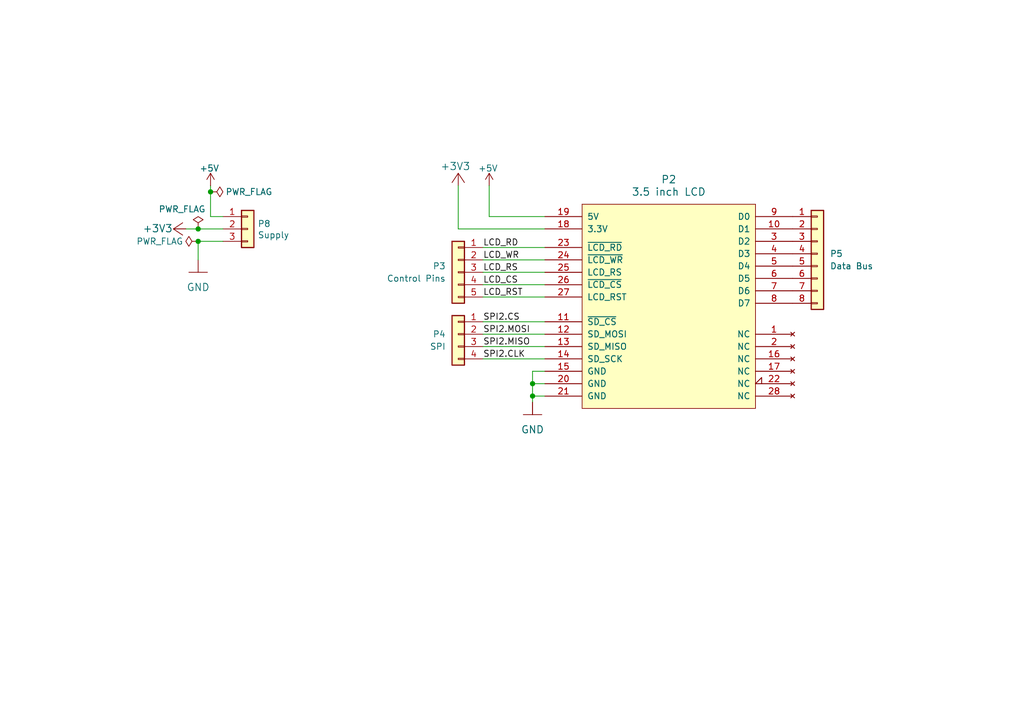
<source format=kicad_sch>
(kicad_sch (version 20250114) (generator "eeschema") (generator_version "9.0")
  (paper "A5")
  (title_block (date "2025-04-10"))
  (lib_symbols
    (symbol "Connector_Generic:Conn_01x03" (pin_names (offset 1.016) (hide yes))
      (property "Reference" "J" (at 0 5.08 0))
      (property "Value" "Conn_01x03" (at 0 -5.08 0))
      (symbol "Conn_01x03_1_1"
        (rectangle (start -1.27 3.81) (end 1.27 -3.81) (stroke (width 0.254)) (fill (type background)))
        (rectangle (start -1.27 2.667) (end 0 2.413) (stroke (width 0.1524)))
        (rectangle (start -1.27 0.127) (end 0 -0.127) (stroke (width 0.1524)))
        (rectangle (start -1.27 -2.413) (end 0 -2.667) (stroke (width 0.1524)))
        (pin passive line (at -5.08 2.54 0) (length 3.81) (name "Pin_1") (number "1"))
        (pin passive line (at -5.08 0 0) (length 3.81) (name "Pin_2") (number "2"))
        (pin passive line (at -5.08 -2.54 0) (length 3.81) (name "Pin_3") (number "3"))
      )
    )
    (symbol "Connector_Generic:Conn_01x04" (pin_names (offset 1.016) (hide yes))
      (property "Reference" "J" (at 0 5.08 0))
      (property "Value" "Conn_01x04" (at 0 -7.62 0))
      (symbol "Conn_01x04_1_1"
        (rectangle (start -1.27 3.81) (end 1.27 -6.35) (stroke (width 0.254)) (fill (type background)))
        (rectangle (start -1.27 2.667) (end 0 2.413) (stroke (width 0.1524)))
        (rectangle (start -1.27 0.127) (end 0 -0.127) (stroke (width 0.1524)))
        (rectangle (start -1.27 -2.413) (end 0 -2.667) (stroke (width 0.1524)))
        (rectangle (start -1.27 -4.953) (end 0 -5.207) (stroke (width 0.1524)))
        (pin passive line (at -5.08 2.54 0) (length 3.81) (name "Pin_1") (number "1"))
        (pin passive line (at -5.08 0 0) (length 3.81) (name "Pin_2") (number "2"))
        (pin passive line (at -5.08 -2.54 0) (length 3.81) (name "Pin_3") (number "3"))
        (pin passive line (at -5.08 -5.08 0) (length 3.81) (name "Pin_4") (number "4"))
      )
    )
    (symbol "Connector_Generic:Conn_01x05" (pin_names (offset 1.016) (hide yes))
      (property "Reference" "J" (at 0 7.62 0))
      (property "Value" "Conn_01x05" (at 0 -7.62 0))
      (symbol "Conn_01x05_1_1"
        (rectangle (start -1.27 6.35) (end 1.27 -6.35) (stroke (width 0.254)) (fill (type background)))
        (rectangle (start -1.27 5.207) (end 0 4.953) (stroke (width 0.1524)))
        (rectangle (start -1.27 2.667) (end 0 2.413) (stroke (width 0.1524)))
        (rectangle (start -1.27 0.127) (end 0 -0.127) (stroke (width 0.1524)))
        (rectangle (start -1.27 -2.413) (end 0 -2.667) (stroke (width 0.1524)))
        (rectangle (start -1.27 -4.953) (end 0 -5.207) (stroke (width 0.1524)))
        (pin passive line (at -5.08 5.08 0) (length 3.81) (name "Pin_1") (number "1"))
        (pin passive line (at -5.08 2.54 0) (length 3.81) (name "Pin_2") (number "2"))
        (pin passive line (at -5.08 0 0) (length 3.81) (name "Pin_3") (number "3"))
        (pin passive line (at -5.08 -2.54 0) (length 3.81) (name "Pin_4") (number "4"))
        (pin passive line (at -5.08 -5.08 0) (length 3.81) (name "Pin_5") (number "5"))
      )
    )
    (symbol "Connector_Generic:Conn_01x08" (pin_names (offset 1.016) (hide yes))
      (property "Reference" "J" (at 0 10.16 0))
      (property "Value" "Conn_01x08" (at 0 -12.7 0))
      (symbol "Conn_01x08_1_1"
        (rectangle (start -1.27 8.89) (end 1.27 -11.43) (stroke (width 0.254)) (fill (type background)))
        (rectangle (start -1.27 7.747) (end 0 7.493) (stroke (width 0.1524)))
        (rectangle (start -1.27 5.207) (end 0 4.953) (stroke (width 0.1524)))
        (rectangle (start -1.27 2.667) (end 0 2.413) (stroke (width 0.1524)))
        (rectangle (start -1.27 0.127) (end 0 -0.127) (stroke (width 0.1524)))
        (rectangle (start -1.27 -2.413) (end 0 -2.667) (stroke (width 0.1524)))
        (rectangle (start -1.27 -4.953) (end 0 -5.207) (stroke (width 0.1524)))
        (rectangle (start -1.27 -7.493) (end 0 -7.747) (stroke (width 0.1524)))
        (rectangle (start -1.27 -10.033) (end 0 -10.287) (stroke (width 0.1524)))
        (pin passive line (at -5.08 7.62 0) (length 3.81) (name "Pin_1") (number "1"))
        (pin passive line (at -5.08 5.08 0) (length 3.81) (name "Pin_2") (number "2"))
        (pin passive line (at -5.08 2.54 0) (length 3.81) (name "Pin_3") (number "3"))
        (pin passive line (at -5.08 0 0) (length 3.81) (name "Pin_4") (number "4"))
        (pin passive line (at -5.08 -2.54 0) (length 3.81) (name "Pin_5") (number "5"))
        (pin passive line (at -5.08 -5.08 0) (length 3.81) (name "Pin_6") (number "6"))
        (pin passive line (at -5.08 -7.62 0) (length 3.81) (name "Pin_7") (number "7"))
        (pin passive line (at -5.08 -10.16 0) (length 3.81) (name "Pin_8") (number "8"))
      )
    )
    (symbol "catu:+3V3" (power) (pin_names (offset 1.016))
      (property "Value" "+3V3" (at -2.54 -5.08 90))
      (symbol "+3V3_1_0"
        (polyline (pts (xy 0 0) (xy -1.27 -1.905)))
        (polyline (pts (xy 1.27 -1.905) (xy 0 0)))
        (pin power_in line (at 0 -2.54 90) (length 2.54) (name "+3V3") (number "1"))
      )
    )
    (symbol "catu:GND" (power) (pin_names (offset 1.016))
      (property "Value" "GND" (at -2.54 -2.54 0))
      (symbol "GND_1_0"
        (polyline (pts (xy -1.905 0) (xy 1.905 0)))
        (pin power_in line (at 0 2.54 270) (length 2.54) (name "GND") (number "1"))
      )
    )
    (symbol "catu:LCD_3.5mm" (pin_names (offset 1.016))
      (property "Reference" "P" (at -1.27 28.956 0))
      (property "Value" "3.5 inch LCD" (at -0.254 26.162 0))
      (symbol "LCD_3.5mm_0_0"
        (rectangle (start -17.78 24.13) (end 17.78 -17.78) (fill (type background)))
      )
      (symbol "LCD_3.5mm_1_1"
        (pin power_in line (at -25.4 21.59 0) (length 7.62) (name "5V") (number "19"))
        (pin power_in line (at -25.4 19.05 0) (length 7.62) (name "3.3V") (number "18"))
        (pin passive line (at -25.4 15.24 0) (length 7.62) (name "~{LCD_RD}") (number "23"))
        (pin passive line (at -25.4 12.7 0) (length 7.62) (name "~{LCD_WR}") (number "24"))
        (pin passive line (at -25.4 10.16 0) (length 7.62) (name "LCD_RS") (number "25"))
        (pin passive line (at -25.4 7.62 0) (length 7.62) (name "~{LCD_CS}") (number "26"))
        (pin passive line (at -25.4 5.08 0) (length 7.62) (name "LCD_RST") (number "27"))
        (pin passive line (at -25.4 0 0) (length 7.62) (name "~{SD_CS}") (number "11"))
        (pin passive line (at -25.4 -2.54 0) (length 7.62) (name "SD_MOSI") (number "12"))
        (pin passive line (at -25.4 -5.08 0) (length 7.62) (name "SD_MISO") (number "13"))
        (pin passive line (at -25.4 -7.62 0) (length 7.62) (name "SD_SCK") (number "14"))
        (pin power_in line (at -25.4 -10.16 0) (length 7.62) (name "GND") (number "15"))
        (pin power_in line (at -25.4 -12.7 0) (length 7.62) (name "GND") (number "20"))
        (pin power_in line (at -25.4 -15.24 0) (length 7.62) (name "GND") (number "21"))
        (pin passive line (at 25.4 21.59 180) (length 7.62) (name "D0") (number "9"))
        (pin passive line (at 25.4 19.05 180) (length 7.62) (name "D1") (number "10"))
        (pin passive line (at 25.4 16.51 180) (length 7.62) (name "D2") (number "3"))
        (pin passive line (at 25.4 13.97 180) (length 7.62) (name "D3") (number "4"))
        (pin passive line (at 25.4 11.43 180) (length 7.62) (name "D4") (number "5"))
        (pin passive line (at 25.4 8.89 180) (length 7.62) (name "D5") (number "6"))
        (pin passive line (at 25.4 6.35 180) (length 7.62) (name "D6") (number "7"))
        (pin passive line (at 25.4 3.81 180) (length 7.62) (name "D7") (number "8"))
        (pin no_connect line (at 25.4 -2.54 180) (length 7.62) (name "NC") (number "1"))
        (pin no_connect line (at 25.4 -5.08 180) (length 7.62) (name "NC") (number "2"))
        (pin no_connect line (at 25.4 -7.62 180) (length 7.62) (name "NC") (number "16"))
        (pin no_connect line (at 25.4 -10.16 180) (length 7.62) (name "NC") (number "17"))
        (pin no_connect input_low (at 25.4 -12.7 180) (length 7.62) (name "NC") (number "22"))
        (pin no_connect line (at 25.4 -15.24 180) (length 7.62) (name "NC") (number "28"))
      )
    )
    (symbol "power:+5V" (power) (pin_numbers (hide yes)) (pin_names (offset 0) (hide yes))
      (property "Value" "+5V" (at 0 3.556 0))
      (symbol "+5V_0_1"
        (polyline (pts (xy -0.762 1.27) (xy 0 2.54)))
        (polyline (pts (xy 0 2.54) (xy 0.762 1.27)))
        (polyline (pts (xy 0 0) (xy 0 2.54)))
      )
      (symbol "+5V_1_1"
        (pin power_in line (at 0 0 90) (length 0) (name "~") (number "1"))
      )
    )
    (symbol "power:PWR_FLAG" (power) (pin_numbers (hide yes)) (pin_names (offset 0) (hide yes))
      (property "Value" "PWR_FLAG" (at 0 3.81 0))
      (symbol "PWR_FLAG_0_0"
        (pin power_out line (at 0 0 90) (length 0) (name "~") (number "1"))
      )
      (symbol "PWR_FLAG_0_1"
        (polyline (pts (xy 0 0) (xy 0 1.27) (xy -1.016 1.905) (xy 0 2.54) (xy 1.016 1.905) (xy 0 1.27)))
      )
    )
  )
  (junction (at 109.22 78.74))
  (junction (at 43.18 39.37))
  (junction (at 40.64 49.53))
  (junction (at 109.22 81.28))
  (junction (at 40.64 46.99))
  (wire (pts (xy 99.06 66.04) (xy 111.76 66.04)))
  (wire (pts (xy 99.06 68.58) (xy 111.76 68.58)))
  (wire (pts (xy 99.06 50.8) (xy 111.76 50.8)))
  (wire (pts (xy 109.22 78.74) (xy 109.22 81.28)))
  (wire (pts (xy 43.18 39.37) (xy 43.18 44.45)))
  (wire (pts (xy 99.06 58.42) (xy 111.76 58.42)))
  (wire (pts (xy 40.64 49.53) (xy 45.72 49.53)))
  (wire (pts (xy 109.22 76.2) (xy 109.22 78.74)))
  (wire (pts (xy 100.33 44.45) (xy 111.76 44.45)))
  (wire (pts (xy 93.98 46.99) (xy 111.76 46.99)))
  (wire (pts (xy 99.06 73.66) (xy 111.76 73.66)))
  (wire (pts (xy 43.18 38.1) (xy 43.18 39.37)))
  (wire (pts (xy 40.64 53.34) (xy 40.64 49.53)))
  (wire (pts (xy 99.06 71.12) (xy 111.76 71.12)))
  (wire (pts (xy 111.76 76.2) (xy 109.22 76.2)))
  (wire (pts (xy 99.06 53.34) (xy 111.76 53.34)))
  (wire (pts (xy 38.1 46.99) (xy 40.64 46.99)))
  (wire (pts (xy 109.22 81.28) (xy 111.76 81.28)))
  (wire (pts (xy 100.33 38.1) (xy 100.33 44.45)))
  (wire (pts (xy 109.22 78.74) (xy 111.76 78.74)))
  (wire (pts (xy 93.98 38.1) (xy 93.98 46.99)))
  (wire (pts (xy 40.64 46.99) (xy 45.72 46.99)))
  (wire (pts (xy 99.06 60.96) (xy 111.76 60.96)))
  (wire (pts (xy 109.22 81.28) (xy 109.22 82.55)))
  (wire (pts (xy 43.18 44.45) (xy 45.72 44.45)))
  (wire (pts (xy 99.06 55.88) (xy 111.76 55.88)))
  (label "SPI2.CLK" (at 99.06 73.66 0))
  (label "LCD_RS" (at 99.06 55.88 0))
  (label "LCD_CS" (at 99.06 58.42 0))
  (label "SPI2.CS" (at 99.06 66.04 0))
  (label "LCD_WR" (at 99.06 53.34 0))
  (label "SPI2.MOSI" (at 99.06 68.58 0))
  (label "LCD_RD" (at 99.06 50.8 0))
  (label "SPI2.MISO" (at 99.06 71.12 0))
  (label "LCD_RST" (at 99.06 60.96 0))
  (symbol (lib_id "Connector_Generic:Conn_01x03") (at 50.8 46.99 0) (unit 1)
    (property "Reference" "P8" (at 52.832 45.9232 0) (effects (justify left)))
    (property "Value" "Supply" (at 52.832 48.2346 0) (effects (justify left)))
    (property "Footprint" "Connector_PinSocket_2.54mm:PinSocket_1x03_P2.54mm_Vertical" (effects (hide yes)))
    (property "Description" "Generic connector, single row, 01x03, script generated (kicad-library-utils/schlib/autogen/connector/)" (effects (hide yes)))
  )
  (symbol (lib_id "catu:GND") (at 40.64 55.88 0) (unit 1)
    (property "Reference" "#GND0111" (effects (hide yes)))
    (property "Value" "GND" (at 40.64 58.9534 0) (effects (font (size 1.4986 1.4986))))
  )
  (symbol (lib_id "catu:+3V3") (at 35.56 46.99 90) (unit 1)
    (property "Reference" "#+3V0101" (effects (hide yes)))
    (property "Value" "+3V3" (at 29.21 47.752 90) (effects (font (size 1.4986 1.4986)) (justify right top)))
  )
  (symbol (lib_id "power:PWR_FLAG") (at 43.18 39.37 270) (unit 1)
    (property "Reference" "#FLG05" (effects (hide yes)))
    (property "Value" "PWR_FLAG" (at 51.054 39.37 90))
    (property "Description" "Special symbol for telling ERC where power comes from" (effects (hide yes)))
  )
  (symbol (lib_id "power:PWR_FLAG") (at 40.64 46.99 0) (unit 1)
    (property "Reference" "#FLG04" (effects (hide yes)))
    (property "Value" "PWR_FLAG" (at 37.338 42.926 0))
    (property "Description" "Special symbol for telling ERC where power comes from" (effects (hide yes)))
  )
  (symbol (lib_id "power:+5V") (at 100.33 38.1 0) (unit 1)
    (property "Reference" "#PWR01" (effects (hide yes)))
    (property "Value" "+5V" (at 100.076 34.544 0))
    (property "Description" "Power symbol creates a global label with name \"+5V\"" (effects (hide yes)))
  )
  (symbol (lib_id "catu:+3V3") (at 93.98 35.56 0) (unit 1)
    (property "Reference" "#+3V0107" (effects (hide yes)))
    (property "Value" "+3V3" (at 96.52 33.274 0) (effects (font (size 1.4986 1.4986)) (justify right top)))
  )
  (symbol (lib_id "catu:LCD_3.5mm") (at 137.16 66.04 0) (unit 1)
    (property "Reference" "P2" (at 137.16 36.83 0) (effects (font (size 1.524 1.524))))
    (property "Value" "3.5 inch LCD" (at 137.16 39.37 0) (effects (font (size 1.524 1.524))))
    (property "Footprint" "catu:ArduinoConnector" (effects (hide yes)))
  )
  (symbol (lib_id "Connector_Generic:Conn_01x04") (at 93.98 68.58 0) (mirror y) (unit 1)
    (property "Reference" "P4" (at 91.44 68.5799 0) (effects (justify left)))
    (property "Value" "SPI" (at 91.44 71.1199 0) (effects (justify left)))
    (property "Footprint" "Connector_PinHeader_2.00mm:PinHeader_1x04_P2.00mm_Vertical" (effects (hide yes)))
    (property "Description" "Generic connector, single row, 01x04, script generated (kicad-library-utils/schlib/autogen/connector/)" (effects (hide yes)))
  )
  (symbol (lib_id "power:PWR_FLAG") (at 40.64 49.53 90) (unit 1)
    (property "Reference" "#FLG06" (effects (hide yes)))
    (property "Value" "PWR_FLAG" (at 32.766 49.53 90))
    (property "Description" "Special symbol for telling ERC where power comes from" (effects (hide yes)))
  )
  (symbol (lib_id "Connector_Generic:Conn_01x08") (at 167.64 52.07 0) (unit 1)
    (property "Reference" "P5" (at 170.18 52.0699 0) (effects (justify left)))
    (property "Value" "Data Bus" (at 170.18 54.6099 0) (effects (justify left)))
    (property "Footprint" "Connector_PinHeader_2.00mm:PinHeader_1x08_P2.00mm_Vertical" (effects (hide yes)))
    (property "Description" "Generic connector, single row, 01x08, script generated (kicad-library-utils/schlib/autogen/connector/)" (effects (hide yes)))
  )
  (symbol (lib_id "power:+5V") (at 43.18 38.1 0) (unit 1)
    (property "Reference" "#PWR02" (effects (hide yes)))
    (property "Value" "+5V" (at 42.926 34.544 0))
    (property "Description" "Power symbol creates a global label with name \"+5V\"" (effects (hide yes)))
  )
  (symbol (lib_id "catu:GND") (at 109.22 85.09 0) (unit 1)
    (property "Reference" "#GND0115" (effects (hide yes)))
    (property "Value" "GND" (at 109.22 88.1634 0) (effects (font (size 1.4986 1.4986))))
  )
  (symbol (lib_id "Connector_Generic:Conn_01x05") (at 93.98 55.88 0) (mirror y) (unit 1)
    (property "Reference" "P3" (at 91.44 54.6099 0) (effects (justify left)))
    (property "Value" "Control Pins" (at 91.44 57.1499 0) (effects (justify left)))
    (property "Footprint" "Connector_PinHeader_2.00mm:PinHeader_1x05_P2.00mm_Vertical" (effects (hide yes)))
    (property "Description" "Generic connector, single row, 01x05, script generated (kicad-library-utils/schlib/autogen/connector/)" (effects (hide yes)))
  )
)
</source>
